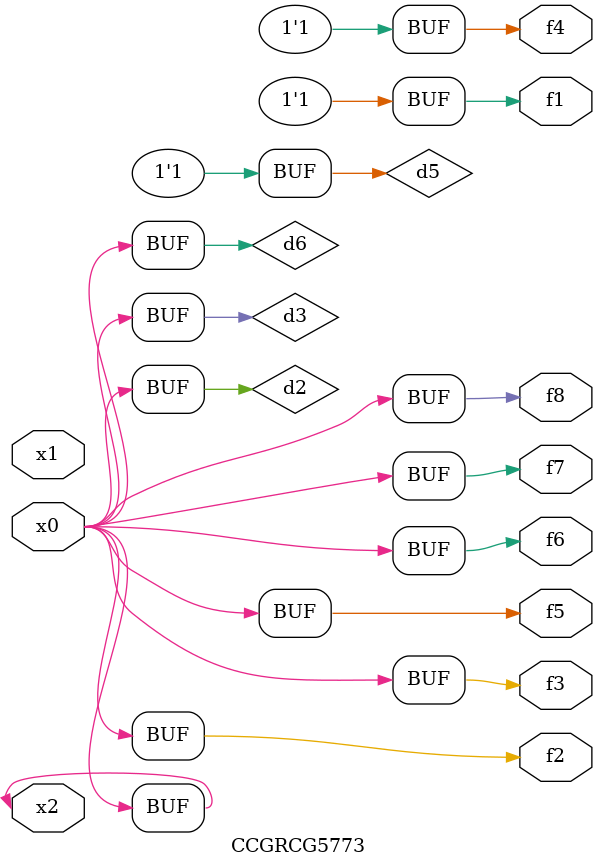
<source format=v>
module CCGRCG5773(
	input x0, x1, x2,
	output f1, f2, f3, f4, f5, f6, f7, f8
);

	wire d1, d2, d3, d4, d5, d6;

	xnor (d1, x2);
	buf (d2, x0, x2);
	and (d3, x0);
	xnor (d4, x1, x2);
	nand (d5, d1, d3);
	buf (d6, d2, d3);
	assign f1 = d5;
	assign f2 = d6;
	assign f3 = d6;
	assign f4 = d5;
	assign f5 = d6;
	assign f6 = d6;
	assign f7 = d6;
	assign f8 = d6;
endmodule

</source>
